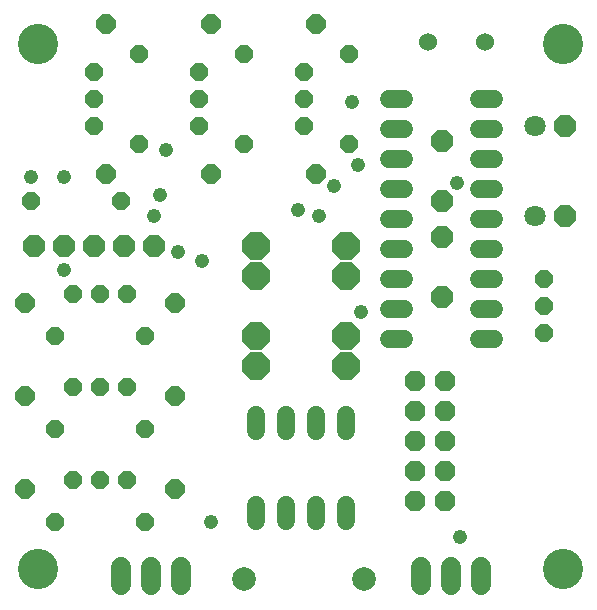
<source format=gts>
G75*
G70*
%OFA0B0*%
%FSLAX24Y24*%
%IPPOS*%
%LPD*%
%AMOC8*
5,1,8,0,0,1.08239X$1,22.5*
%
%ADD10C,0.1340*%
%ADD11C,0.0600*%
%ADD12C,0.0600*%
%ADD13OC8,0.0710*%
%ADD14OC8,0.0600*%
%ADD15C,0.0680*%
%ADD16OC8,0.0680*%
%ADD17C,0.0710*%
%ADD18C,0.0789*%
%ADD19OC8,0.0930*%
%ADD20OC8,0.0640*%
%ADD21C,0.0476*%
D10*
X001351Y001754D03*
X001351Y019254D03*
X018851Y019254D03*
X018851Y001754D03*
D11*
X011601Y003344D02*
X011601Y003864D01*
X010601Y003864D02*
X010601Y003344D01*
X009601Y003344D02*
X009601Y003864D01*
X008601Y003864D02*
X008601Y003344D01*
X008601Y006344D02*
X008601Y006864D01*
X009601Y006864D02*
X009601Y006344D01*
X010601Y006344D02*
X010601Y006864D01*
X011601Y006864D02*
X011601Y006344D01*
X013041Y009404D02*
X013561Y009404D01*
X013561Y010404D02*
X013041Y010404D01*
X013041Y011404D02*
X013561Y011404D01*
X013561Y012404D02*
X013041Y012404D01*
X013041Y013404D02*
X013561Y013404D01*
X013561Y014404D02*
X013041Y014404D01*
X013041Y015404D02*
X013561Y015404D01*
X013561Y016404D02*
X013041Y016404D01*
X013041Y017404D02*
X013561Y017404D01*
X016041Y017404D02*
X016561Y017404D01*
X016561Y016404D02*
X016041Y016404D01*
X016041Y015404D02*
X016561Y015404D01*
X016561Y014404D02*
X016041Y014404D01*
X016041Y013404D02*
X016561Y013404D01*
X016561Y012404D02*
X016041Y012404D01*
X016041Y011404D02*
X016561Y011404D01*
X016561Y010404D02*
X016041Y010404D01*
X016041Y009404D02*
X016561Y009404D01*
D12*
X016251Y019304D03*
X014351Y019304D03*
D13*
X014801Y016004D03*
X014801Y014004D03*
X014801Y012804D03*
X014801Y010804D03*
X018901Y013504D03*
X018901Y016504D03*
X005201Y012504D03*
X004201Y012504D03*
X003201Y012504D03*
X002201Y012504D03*
X001201Y012504D03*
D14*
X001101Y014004D03*
X003201Y016504D03*
X003201Y017404D03*
X003201Y018304D03*
X004701Y018904D03*
X006701Y018304D03*
X006701Y017404D03*
X006701Y016504D03*
X008201Y015904D03*
X010201Y016504D03*
X010201Y017404D03*
X010201Y018304D03*
X011701Y018904D03*
X011701Y015904D03*
X008201Y018904D03*
X004701Y015904D03*
X004101Y014004D03*
X004301Y010904D03*
X003401Y010904D03*
X002501Y010904D03*
X001901Y009504D03*
X002501Y007804D03*
X003401Y007804D03*
X004301Y007804D03*
X004901Y006404D03*
X004301Y004704D03*
X003401Y004704D03*
X002501Y004704D03*
X001901Y003304D03*
X004901Y003304D03*
X001901Y006404D03*
X004901Y009504D03*
X018201Y009604D03*
X018201Y010504D03*
X018201Y011404D03*
D15*
X016101Y001804D02*
X016101Y001204D01*
X015101Y001204D02*
X015101Y001804D01*
X014101Y001804D02*
X014101Y001204D01*
X006101Y001204D02*
X006101Y001804D01*
X005101Y001804D02*
X005101Y001204D01*
X004101Y001204D02*
X004101Y001804D01*
D16*
X013901Y004004D03*
X014901Y004004D03*
X014901Y005004D03*
X014901Y006004D03*
X014901Y007004D03*
X014901Y008004D03*
X013901Y008004D03*
X013901Y007004D03*
X013901Y006004D03*
X013901Y005004D03*
D17*
X017901Y013504D03*
X017901Y016504D03*
D18*
X012201Y001404D03*
X008201Y001404D03*
D19*
X008601Y008504D03*
X008601Y009504D03*
X008601Y011504D03*
X008601Y012504D03*
X011601Y012504D03*
X011601Y011504D03*
X011601Y009504D03*
X011601Y008504D03*
D20*
X005901Y007504D03*
X005901Y010604D03*
X007101Y014904D03*
X010601Y014904D03*
X010601Y019904D03*
X007101Y019904D03*
X003601Y019904D03*
X003601Y014904D03*
X000901Y010604D03*
X000901Y007504D03*
X000901Y004404D03*
X005901Y004404D03*
D21*
X007101Y003304D03*
X012101Y010304D03*
X010701Y013504D03*
X010001Y013704D03*
X011201Y014504D03*
X012001Y015204D03*
X011801Y017304D03*
X015301Y014604D03*
X006801Y012004D03*
X006001Y012304D03*
X005201Y013504D03*
X005401Y014204D03*
X005601Y015704D03*
X002201Y014804D03*
X001101Y014804D03*
X002201Y011704D03*
X015401Y002804D03*
M02*

</source>
